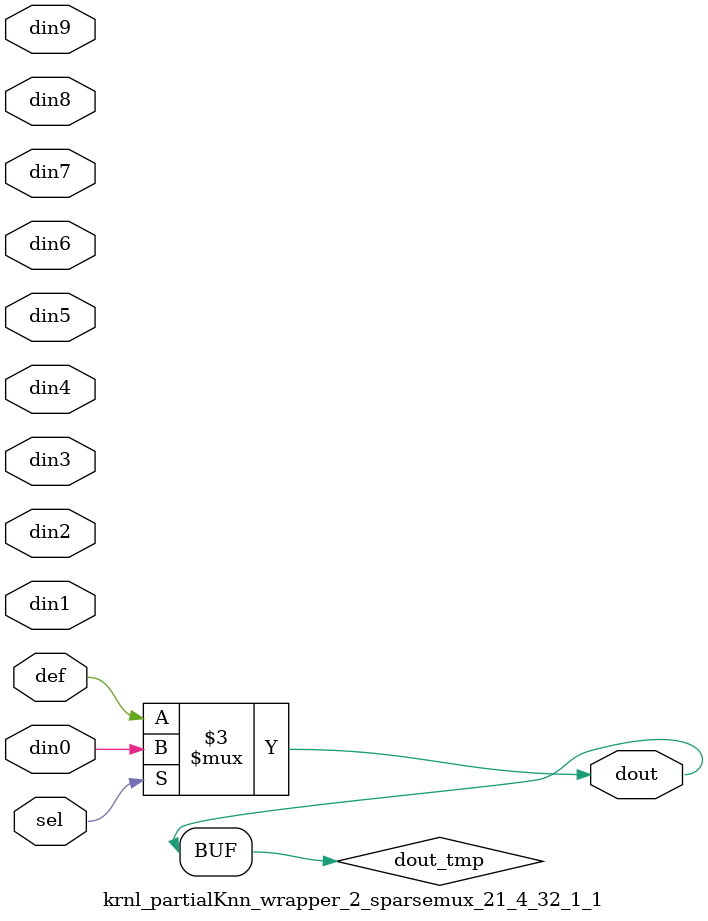
<source format=v>
`timescale 1 ns / 1 ps
module krnl_partialKnn_wrapper_2_sparsemux_21_4_32_1_1 (din0,din1,din2,din3,din4,din5,din6,din7,din8,din9,def,sel,dout);
parameter din0_WIDTH = 1;
parameter din1_WIDTH = 1;
parameter din2_WIDTH = 1;
parameter din3_WIDTH = 1;
parameter din4_WIDTH = 1;
parameter din5_WIDTH = 1;
parameter din6_WIDTH = 1;
parameter din7_WIDTH = 1;
parameter din8_WIDTH = 1;
parameter din9_WIDTH = 1;
parameter def_WIDTH = 1;
parameter sel_WIDTH = 1;
parameter dout_WIDTH = 1;
parameter [sel_WIDTH-1:0] CASE0 = 1;
parameter [sel_WIDTH-1:0] CASE1 = 1;
parameter [sel_WIDTH-1:0] CASE2 = 1;
parameter [sel_WIDTH-1:0] CASE3 = 1;
parameter [sel_WIDTH-1:0] CASE4 = 1;
parameter [sel_WIDTH-1:0] CASE5 = 1;
parameter [sel_WIDTH-1:0] CASE6 = 1;
parameter [sel_WIDTH-1:0] CASE7 = 1;
parameter [sel_WIDTH-1:0] CASE8 = 1;
parameter [sel_WIDTH-1:0] CASE9 = 1;
parameter ID = 1;
parameter NUM_STAGE = 1;
input [din0_WIDTH-1:0] din0;
input [din1_WIDTH-1:0] din1;
input [din2_WIDTH-1:0] din2;
input [din3_WIDTH-1:0] din3;
input [din4_WIDTH-1:0] din4;
input [din5_WIDTH-1:0] din5;
input [din6_WIDTH-1:0] din6;
input [din7_WIDTH-1:0] din7;
input [din8_WIDTH-1:0] din8;
input [din9_WIDTH-1:0] din9;
input [def_WIDTH-1:0] def;
input [sel_WIDTH-1:0] sel;
output [dout_WIDTH-1:0] dout;
reg [dout_WIDTH-1:0] dout_tmp;
always @ (*) begin
case (sel)
    
    CASE0 : dout_tmp = din0;
    
    CASE1 : dout_tmp = din1;
    
    CASE2 : dout_tmp = din2;
    
    CASE3 : dout_tmp = din3;
    
    CASE4 : dout_tmp = din4;
    
    CASE5 : dout_tmp = din5;
    
    CASE6 : dout_tmp = din6;
    
    CASE7 : dout_tmp = din7;
    
    CASE8 : dout_tmp = din8;
    
    CASE9 : dout_tmp = din9;
    
    default : dout_tmp = def;
endcase
end
assign dout = dout_tmp;
endmodule
</source>
